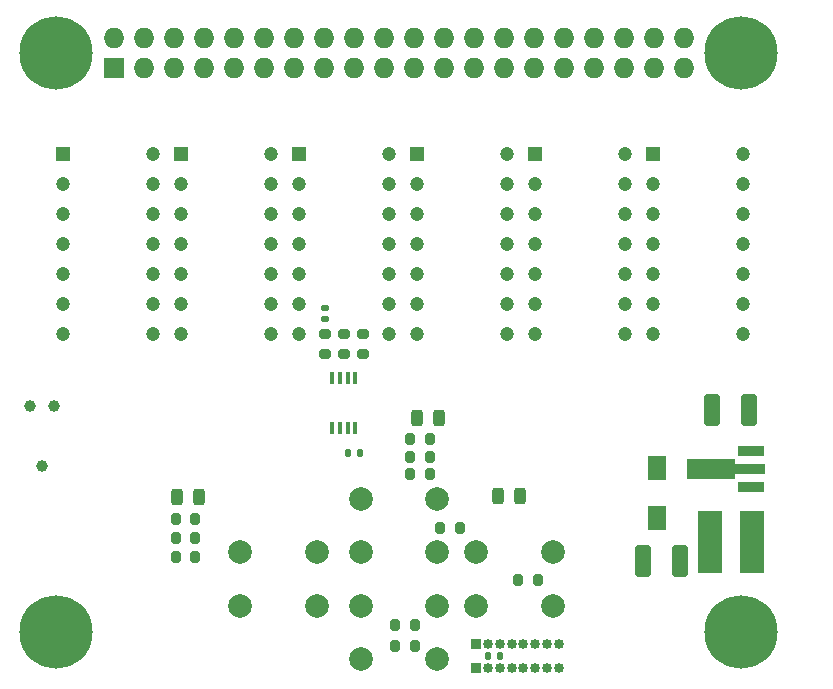
<source format=gbs>
%TF.GenerationSoftware,KiCad,Pcbnew,7.0.8*%
%TF.CreationDate,2023-10-15T14:34:45+03:00*%
%TF.ProjectId,ltp_kikad,6c74705f-6b69-46b6-9164-2e6b69636164,rev?*%
%TF.SameCoordinates,Original*%
%TF.FileFunction,Soldermask,Bot*%
%TF.FilePolarity,Negative*%
%FSLAX46Y46*%
G04 Gerber Fmt 4.6, Leading zero omitted, Abs format (unit mm)*
G04 Created by KiCad (PCBNEW 7.0.8) date 2023-10-15 14:34:45*
%MOMM*%
%LPD*%
G01*
G04 APERTURE LIST*
G04 Aperture macros list*
%AMRoundRect*
0 Rectangle with rounded corners*
0 $1 Rounding radius*
0 $2 $3 $4 $5 $6 $7 $8 $9 X,Y pos of 4 corners*
0 Add a 4 corners polygon primitive as box body*
4,1,4,$2,$3,$4,$5,$6,$7,$8,$9,$2,$3,0*
0 Add four circle primitives for the rounded corners*
1,1,$1+$1,$2,$3*
1,1,$1+$1,$4,$5*
1,1,$1+$1,$6,$7*
1,1,$1+$1,$8,$9*
0 Add four rect primitives between the rounded corners*
20,1,$1+$1,$2,$3,$4,$5,0*
20,1,$1+$1,$4,$5,$6,$7,0*
20,1,$1+$1,$6,$7,$8,$9,0*
20,1,$1+$1,$8,$9,$2,$3,0*%
%AMFreePoly0*
4,1,9,5.362500,-0.866500,1.237500,-0.866500,1.237500,-0.450000,-1.237500,-0.450000,-1.237500,0.450000,1.237500,0.450000,1.237500,0.866500,5.362500,0.866500,5.362500,-0.866500,5.362500,-0.866500,$1*%
G04 Aperture macros list end*
%ADD10R,1.200000X1.200000*%
%ADD11C,1.200000*%
%ADD12C,6.200000*%
%ADD13C,2.000000*%
%ADD14R,0.850000X0.850000*%
%ADD15O,0.850000X0.850000*%
%ADD16R,1.727200X1.727200*%
%ADD17O,1.727200X1.727200*%
%ADD18C,0.990600*%
%ADD19R,2.300000X0.900000*%
%ADD20FreePoly0,180.000000*%
%ADD21RoundRect,0.243750X-0.243750X-0.456250X0.243750X-0.456250X0.243750X0.456250X-0.243750X0.456250X0*%
%ADD22RoundRect,0.200000X0.275000X-0.200000X0.275000X0.200000X-0.275000X0.200000X-0.275000X-0.200000X0*%
%ADD23RoundRect,0.250000X-0.412500X-1.100000X0.412500X-1.100000X0.412500X1.100000X-0.412500X1.100000X0*%
%ADD24RoundRect,0.250000X0.412500X1.100000X-0.412500X1.100000X-0.412500X-1.100000X0.412500X-1.100000X0*%
%ADD25RoundRect,0.200000X-0.200000X-0.275000X0.200000X-0.275000X0.200000X0.275000X-0.200000X0.275000X0*%
%ADD26R,2.000000X5.300000*%
%ADD27RoundRect,0.140000X0.170000X-0.140000X0.170000X0.140000X-0.170000X0.140000X-0.170000X-0.140000X0*%
%ADD28RoundRect,0.140000X-0.140000X-0.170000X0.140000X-0.170000X0.140000X0.170000X-0.140000X0.170000X0*%
%ADD29R,0.400000X1.100000*%
%ADD30RoundRect,0.200000X-0.275000X0.200000X-0.275000X-0.200000X0.275000X-0.200000X0.275000X0.200000X0*%
%ADD31R,1.550000X2.100000*%
%ADD32RoundRect,0.243750X0.243750X0.456250X-0.243750X0.456250X-0.243750X-0.456250X0.243750X-0.456250X0*%
G04 APERTURE END LIST*
D10*
%TO.C,DS6*%
X173017000Y-65150000D03*
D11*
X173017000Y-67690000D03*
X173017000Y-70230000D03*
X173017000Y-72770000D03*
X173017000Y-75310000D03*
X173017000Y-77850000D03*
X173017000Y-80390000D03*
X180637000Y-80390000D03*
X180637000Y-77850000D03*
X180637000Y-75310000D03*
X180637000Y-72770000D03*
X180637000Y-70230000D03*
X180637000Y-67690000D03*
X180637000Y-65150000D03*
%TD*%
D10*
%TO.C,DS3*%
X143017000Y-65149600D03*
D11*
X143017000Y-67689600D03*
X143017000Y-70229600D03*
X143017000Y-72769600D03*
X143017000Y-75309600D03*
X143017000Y-77849600D03*
X143017000Y-80389600D03*
X150637000Y-80389600D03*
X150637000Y-77849600D03*
X150637000Y-75309600D03*
X150637000Y-72769600D03*
X150637000Y-70229600D03*
X150637000Y-67689600D03*
X150637000Y-65149600D03*
%TD*%
D12*
%TO.C,*%
X122466800Y-105572200D03*
%TD*%
D13*
%TO.C,SW4*%
X158012000Y-98850000D03*
X164512000Y-98850000D03*
X158012000Y-103350000D03*
X164512000Y-103350000D03*
%TD*%
D12*
%TO.C,*%
X180466800Y-56572200D03*
%TD*%
D14*
%TO.C,J5*%
X158000000Y-106600000D03*
D15*
X159000000Y-106600000D03*
X160000000Y-106600000D03*
X161000000Y-106600000D03*
X162000000Y-106600000D03*
X163000000Y-106600000D03*
X164000000Y-106600000D03*
X165000000Y-106600000D03*
%TD*%
D10*
%TO.C,DS5*%
X163017000Y-65150000D03*
D11*
X163017000Y-67690000D03*
X163017000Y-70230000D03*
X163017000Y-72770000D03*
X163017000Y-75310000D03*
X163017000Y-77850000D03*
X163017000Y-80390000D03*
X170637000Y-80390000D03*
X170637000Y-77850000D03*
X170637000Y-75310000D03*
X170637000Y-72770000D03*
X170637000Y-70230000D03*
X170637000Y-67690000D03*
X170637000Y-65150000D03*
%TD*%
D12*
%TO.C,*%
X180466800Y-105572200D03*
%TD*%
D10*
%TO.C,DS2*%
X133017000Y-65150000D03*
D11*
X133017000Y-67690000D03*
X133017000Y-70230000D03*
X133017000Y-72770000D03*
X133017000Y-75310000D03*
X133017000Y-77850000D03*
X133017000Y-80390000D03*
X140637000Y-80390000D03*
X140637000Y-77850000D03*
X140637000Y-75310000D03*
X140637000Y-72770000D03*
X140637000Y-70230000D03*
X140637000Y-67690000D03*
X140637000Y-65150000D03*
%TD*%
D10*
%TO.C,DS1*%
X123017000Y-65150000D03*
D11*
X123017000Y-67690000D03*
X123017000Y-70230000D03*
X123017000Y-72770000D03*
X123017000Y-75310000D03*
X123017000Y-77850000D03*
X123017000Y-80390000D03*
X130637000Y-80390000D03*
X130637000Y-77850000D03*
X130637000Y-75310000D03*
X130637000Y-72770000D03*
X130637000Y-70230000D03*
X130637000Y-67690000D03*
X130637000Y-65150000D03*
%TD*%
D12*
%TO.C,*%
X122466800Y-56572200D03*
%TD*%
D13*
%TO.C,SW1*%
X148212000Y-94350000D03*
X154712000Y-94350000D03*
X148212000Y-98850000D03*
X154712000Y-98850000D03*
%TD*%
%TO.C,SW2*%
X138012000Y-98850000D03*
X144512000Y-98850000D03*
X138012000Y-103350000D03*
X144512000Y-103350000D03*
%TD*%
D16*
%TO.C,J2*%
X127330000Y-57840000D03*
D17*
X127330000Y-55300000D03*
X129870000Y-57840000D03*
X129870000Y-55300000D03*
X132410000Y-57840000D03*
X132410000Y-55300000D03*
X134950000Y-57840000D03*
X134950000Y-55300000D03*
X137490000Y-57840000D03*
X137490000Y-55300000D03*
X140030000Y-57840000D03*
X140030000Y-55300000D03*
X142570000Y-57840000D03*
X142570000Y-55300000D03*
X145110000Y-57840000D03*
X145110000Y-55300000D03*
X147650000Y-57840000D03*
X147650000Y-55300000D03*
X150190000Y-57840000D03*
X150190000Y-55300000D03*
X152730000Y-57840000D03*
X152730000Y-55300000D03*
X155270000Y-57840000D03*
X155270000Y-55300000D03*
X157810000Y-57840000D03*
X157810000Y-55300000D03*
X160350000Y-57840000D03*
X160350000Y-55300000D03*
X162890000Y-57840000D03*
X162890000Y-55300000D03*
X165430000Y-57840000D03*
X165430000Y-55300000D03*
X167970000Y-57840000D03*
X167970000Y-55300000D03*
X170510000Y-57840000D03*
X170510000Y-55300000D03*
X173050000Y-57840000D03*
X173050000Y-55300000D03*
X175590000Y-57840000D03*
X175590000Y-55300000D03*
%TD*%
D18*
%TO.C,J4*%
X121203000Y-91570000D03*
X120187000Y-86490000D03*
X122219000Y-86490000D03*
%TD*%
D14*
%TO.C,J6*%
X158000000Y-108600000D03*
D15*
X159000000Y-108600000D03*
X160000000Y-108600000D03*
X161000000Y-108600000D03*
X162000000Y-108600000D03*
X163000000Y-108600000D03*
X164000000Y-108600000D03*
X165000000Y-108600000D03*
%TD*%
D10*
%TO.C,DS4*%
X153017000Y-65149600D03*
D11*
X153017000Y-67689600D03*
X153017000Y-70229600D03*
X153017000Y-72769600D03*
X153017000Y-75309600D03*
X153017000Y-77849600D03*
X153017000Y-80389600D03*
X160637000Y-80389600D03*
X160637000Y-77849600D03*
X160637000Y-75309600D03*
X160637000Y-72769600D03*
X160637000Y-70229600D03*
X160637000Y-67689600D03*
X160637000Y-65149600D03*
%TD*%
D13*
%TO.C,SW3*%
X148212000Y-103350000D03*
X154712000Y-103350000D03*
X148212000Y-107850000D03*
X154712000Y-107850000D03*
%TD*%
D19*
%TO.C,IC3*%
X181237000Y-90300000D03*
D20*
X181149500Y-91800000D03*
D19*
X181237000Y-93300000D03*
%TD*%
D21*
%TO.C,D1*%
X152987000Y-87500000D03*
X154862000Y-87500000D03*
%TD*%
%TO.C,D2*%
X159849500Y-94100000D03*
X161724500Y-94100000D03*
%TD*%
D22*
%TO.C,R20*%
X145187000Y-82025000D03*
X145187000Y-80375000D03*
%TD*%
D23*
%TO.C,C14*%
X172162000Y-99600000D03*
X175287000Y-99600000D03*
%TD*%
D24*
%TO.C,C13*%
X181112000Y-86800000D03*
X177987000Y-86800000D03*
%TD*%
D25*
%TO.C,R13*%
X132562000Y-99200000D03*
X134212000Y-99200000D03*
%TD*%
D26*
%TO.C,L1*%
X177837000Y-98000000D03*
X181337000Y-98000000D03*
%TD*%
D25*
%TO.C,R12*%
X152412000Y-92250000D03*
X154062000Y-92250000D03*
%TD*%
D22*
%TO.C,R19*%
X146787000Y-82025000D03*
X146787000Y-80375000D03*
%TD*%
D25*
%TO.C,R14*%
X132562000Y-97600000D03*
X134212000Y-97600000D03*
%TD*%
D27*
%TO.C,C16*%
X145187000Y-79080000D03*
X145187000Y-78120000D03*
%TD*%
D28*
%TO.C,C15*%
X147187000Y-90400000D03*
X148147000Y-90400000D03*
%TD*%
D29*
%TO.C,U2*%
X147762000Y-88350000D03*
X147112000Y-88350000D03*
X146462000Y-88350000D03*
X145812000Y-88350000D03*
X145812000Y-84050000D03*
X146462000Y-84050000D03*
X147112000Y-84050000D03*
X147762000Y-84050000D03*
%TD*%
D25*
%TO.C,R9*%
X151155000Y-105000000D03*
X152805000Y-105000000D03*
%TD*%
D30*
%TO.C,R18*%
X148387000Y-80375000D03*
X148387000Y-82025000D03*
%TD*%
D25*
%TO.C,R15*%
X132562000Y-96000000D03*
X134212000Y-96000000D03*
%TD*%
D31*
%TO.C,D5*%
X173287000Y-91700000D03*
X173287000Y-95900000D03*
%TD*%
D25*
%TO.C,R11*%
X152412000Y-90750000D03*
X154062000Y-90750000D03*
%TD*%
%TO.C,R7*%
X151162000Y-106800000D03*
X152812000Y-106800000D03*
%TD*%
D28*
%TO.C,C12*%
X159027000Y-107600000D03*
X159987000Y-107600000D03*
%TD*%
D25*
%TO.C,R2*%
X152412000Y-89250000D03*
X154062000Y-89250000D03*
%TD*%
%TO.C,R8*%
X154962000Y-96800000D03*
X156612000Y-96800000D03*
%TD*%
D32*
%TO.C,D4*%
X134524500Y-94200000D03*
X132649500Y-94200000D03*
%TD*%
D25*
%TO.C,R6*%
X161562000Y-101200000D03*
X163212000Y-101200000D03*
%TD*%
M02*

</source>
